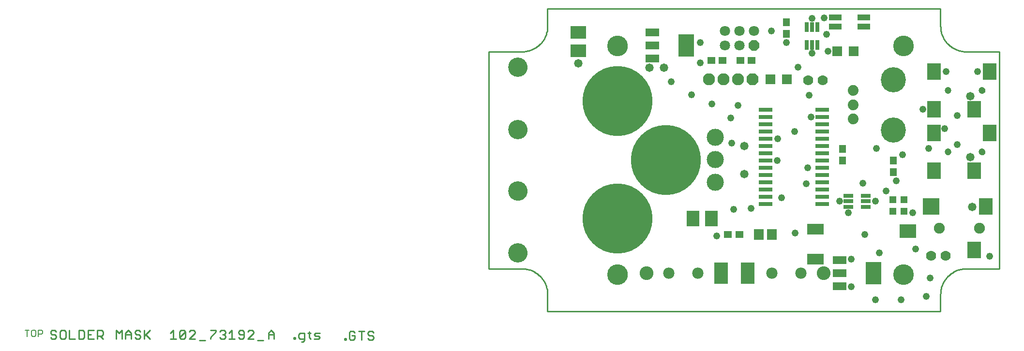
<source format=gts>
G75*
%MOIN*%
%OFA0B0*%
%FSLAX24Y24*%
%IPPOS*%
%LPD*%
%AMOC8*
5,1,8,0,0,1.08239X$1,22.5*
%
%ADD10C,0.0000*%
%ADD11C,0.1330*%
%ADD12OC8,0.0710*%
%ADD13C,0.0710*%
%ADD14R,0.0316X0.0671*%
%ADD15R,0.0671X0.0671*%
%ADD16R,0.0867X0.0395*%
%ADD17R,0.0474X0.0530*%
%ADD18C,0.0100*%
%ADD19C,0.1419*%
%ADD20R,0.0671X0.0316*%
%ADD21C,0.0740*%
%ADD22C,0.1730*%
%ADD23R,0.0980X0.0580*%
%ADD24R,0.1080X0.1520*%
%ADD25R,0.1064X0.0890*%
%ADD26R,0.1180X0.0780*%
%ADD27R,0.0930X0.1490*%
%ADD28R,0.0680X0.0720*%
%ADD29C,0.0950*%
%ADD30R,0.0946X0.1182*%
%ADD31C,0.0474*%
%ADD32R,0.0890X0.1064*%
%ADD33C,0.4830*%
%ADD34R,0.0530X0.0474*%
%ADD35C,0.0700*%
%ADD36C,0.0110*%
%ADD37C,0.0080*%
%ADD38C,0.1180*%
%ADD39OC8,0.0830*%
%ADD40C,0.0830*%
%ADD41R,0.0980X0.0316*%
%ADD42C,0.0580*%
%ADD43R,0.1182X0.1182*%
%ADD44R,0.1182X0.0946*%
%ADD45C,0.0749*%
%ADD46R,0.0510X0.0510*%
%ADD47C,0.0480*%
%ADD48C,0.0780*%
D10*
X041535Y024050D02*
X041537Y024100D01*
X041543Y024149D01*
X041553Y024198D01*
X041566Y024245D01*
X041584Y024292D01*
X041605Y024337D01*
X041629Y024380D01*
X041657Y024421D01*
X041688Y024460D01*
X041722Y024496D01*
X041759Y024530D01*
X041799Y024560D01*
X041840Y024587D01*
X041884Y024611D01*
X041929Y024631D01*
X041976Y024647D01*
X042024Y024660D01*
X042073Y024669D01*
X042123Y024674D01*
X042172Y024675D01*
X042222Y024672D01*
X042271Y024665D01*
X042320Y024654D01*
X042367Y024640D01*
X042413Y024621D01*
X042458Y024599D01*
X042501Y024574D01*
X042541Y024545D01*
X042579Y024513D01*
X042615Y024479D01*
X042648Y024441D01*
X042677Y024401D01*
X042703Y024359D01*
X042726Y024315D01*
X042745Y024269D01*
X042761Y024222D01*
X042773Y024173D01*
X042781Y024124D01*
X042785Y024075D01*
X042785Y024025D01*
X042781Y023976D01*
X042773Y023927D01*
X042761Y023878D01*
X042745Y023831D01*
X042726Y023785D01*
X042703Y023741D01*
X042677Y023699D01*
X042648Y023659D01*
X042615Y023621D01*
X042579Y023587D01*
X042541Y023555D01*
X042501Y023526D01*
X042458Y023501D01*
X042413Y023479D01*
X042367Y023460D01*
X042320Y023446D01*
X042271Y023435D01*
X042222Y023428D01*
X042172Y023425D01*
X042123Y023426D01*
X042073Y023431D01*
X042024Y023440D01*
X041976Y023453D01*
X041929Y023469D01*
X041884Y023489D01*
X041840Y023513D01*
X041799Y023540D01*
X041759Y023570D01*
X041722Y023604D01*
X041688Y023640D01*
X041657Y023679D01*
X041629Y023720D01*
X041605Y023763D01*
X041584Y023808D01*
X041566Y023855D01*
X041553Y023902D01*
X041543Y023951D01*
X041537Y024000D01*
X041535Y024050D01*
X041535Y028300D02*
X041537Y028350D01*
X041543Y028399D01*
X041553Y028448D01*
X041566Y028495D01*
X041584Y028542D01*
X041605Y028587D01*
X041629Y028630D01*
X041657Y028671D01*
X041688Y028710D01*
X041722Y028746D01*
X041759Y028780D01*
X041799Y028810D01*
X041840Y028837D01*
X041884Y028861D01*
X041929Y028881D01*
X041976Y028897D01*
X042024Y028910D01*
X042073Y028919D01*
X042123Y028924D01*
X042172Y028925D01*
X042222Y028922D01*
X042271Y028915D01*
X042320Y028904D01*
X042367Y028890D01*
X042413Y028871D01*
X042458Y028849D01*
X042501Y028824D01*
X042541Y028795D01*
X042579Y028763D01*
X042615Y028729D01*
X042648Y028691D01*
X042677Y028651D01*
X042703Y028609D01*
X042726Y028565D01*
X042745Y028519D01*
X042761Y028472D01*
X042773Y028423D01*
X042781Y028374D01*
X042785Y028325D01*
X042785Y028275D01*
X042781Y028226D01*
X042773Y028177D01*
X042761Y028128D01*
X042745Y028081D01*
X042726Y028035D01*
X042703Y027991D01*
X042677Y027949D01*
X042648Y027909D01*
X042615Y027871D01*
X042579Y027837D01*
X042541Y027805D01*
X042501Y027776D01*
X042458Y027751D01*
X042413Y027729D01*
X042367Y027710D01*
X042320Y027696D01*
X042271Y027685D01*
X042222Y027678D01*
X042172Y027675D01*
X042123Y027676D01*
X042073Y027681D01*
X042024Y027690D01*
X041976Y027703D01*
X041929Y027719D01*
X041884Y027739D01*
X041840Y027763D01*
X041799Y027790D01*
X041759Y027820D01*
X041722Y027854D01*
X041688Y027890D01*
X041657Y027929D01*
X041629Y027970D01*
X041605Y028013D01*
X041584Y028058D01*
X041566Y028105D01*
X041553Y028152D01*
X041543Y028201D01*
X041537Y028250D01*
X041535Y028300D01*
X041535Y032550D02*
X041537Y032600D01*
X041543Y032649D01*
X041553Y032698D01*
X041566Y032745D01*
X041584Y032792D01*
X041605Y032837D01*
X041629Y032880D01*
X041657Y032921D01*
X041688Y032960D01*
X041722Y032996D01*
X041759Y033030D01*
X041799Y033060D01*
X041840Y033087D01*
X041884Y033111D01*
X041929Y033131D01*
X041976Y033147D01*
X042024Y033160D01*
X042073Y033169D01*
X042123Y033174D01*
X042172Y033175D01*
X042222Y033172D01*
X042271Y033165D01*
X042320Y033154D01*
X042367Y033140D01*
X042413Y033121D01*
X042458Y033099D01*
X042501Y033074D01*
X042541Y033045D01*
X042579Y033013D01*
X042615Y032979D01*
X042648Y032941D01*
X042677Y032901D01*
X042703Y032859D01*
X042726Y032815D01*
X042745Y032769D01*
X042761Y032722D01*
X042773Y032673D01*
X042781Y032624D01*
X042785Y032575D01*
X042785Y032525D01*
X042781Y032476D01*
X042773Y032427D01*
X042761Y032378D01*
X042745Y032331D01*
X042726Y032285D01*
X042703Y032241D01*
X042677Y032199D01*
X042648Y032159D01*
X042615Y032121D01*
X042579Y032087D01*
X042541Y032055D01*
X042501Y032026D01*
X042458Y032001D01*
X042413Y031979D01*
X042367Y031960D01*
X042320Y031946D01*
X042271Y031935D01*
X042222Y031928D01*
X042172Y031925D01*
X042123Y031926D01*
X042073Y031931D01*
X042024Y031940D01*
X041976Y031953D01*
X041929Y031969D01*
X041884Y031989D01*
X041840Y032013D01*
X041799Y032040D01*
X041759Y032070D01*
X041722Y032104D01*
X041688Y032140D01*
X041657Y032179D01*
X041629Y032220D01*
X041605Y032263D01*
X041584Y032308D01*
X041566Y032355D01*
X041553Y032402D01*
X041543Y032451D01*
X041537Y032500D01*
X041535Y032550D01*
X041535Y036850D02*
X041537Y036900D01*
X041543Y036949D01*
X041553Y036998D01*
X041566Y037045D01*
X041584Y037092D01*
X041605Y037137D01*
X041629Y037180D01*
X041657Y037221D01*
X041688Y037260D01*
X041722Y037296D01*
X041759Y037330D01*
X041799Y037360D01*
X041840Y037387D01*
X041884Y037411D01*
X041929Y037431D01*
X041976Y037447D01*
X042024Y037460D01*
X042073Y037469D01*
X042123Y037474D01*
X042172Y037475D01*
X042222Y037472D01*
X042271Y037465D01*
X042320Y037454D01*
X042367Y037440D01*
X042413Y037421D01*
X042458Y037399D01*
X042501Y037374D01*
X042541Y037345D01*
X042579Y037313D01*
X042615Y037279D01*
X042648Y037241D01*
X042677Y037201D01*
X042703Y037159D01*
X042726Y037115D01*
X042745Y037069D01*
X042761Y037022D01*
X042773Y036973D01*
X042781Y036924D01*
X042785Y036875D01*
X042785Y036825D01*
X042781Y036776D01*
X042773Y036727D01*
X042761Y036678D01*
X042745Y036631D01*
X042726Y036585D01*
X042703Y036541D01*
X042677Y036499D01*
X042648Y036459D01*
X042615Y036421D01*
X042579Y036387D01*
X042541Y036355D01*
X042501Y036326D01*
X042458Y036301D01*
X042413Y036279D01*
X042367Y036260D01*
X042320Y036246D01*
X042271Y036235D01*
X042222Y036228D01*
X042172Y036225D01*
X042123Y036226D01*
X042073Y036231D01*
X042024Y036240D01*
X041976Y036253D01*
X041929Y036269D01*
X041884Y036289D01*
X041840Y036313D01*
X041799Y036340D01*
X041759Y036370D01*
X041722Y036404D01*
X041688Y036440D01*
X041657Y036479D01*
X041629Y036520D01*
X041605Y036563D01*
X041584Y036608D01*
X041566Y036655D01*
X041553Y036702D01*
X041543Y036751D01*
X041537Y036800D01*
X041535Y036850D01*
X048349Y038307D02*
X048351Y038358D01*
X048357Y038409D01*
X048367Y038459D01*
X048380Y038509D01*
X048398Y038557D01*
X048418Y038604D01*
X048443Y038649D01*
X048471Y038692D01*
X048502Y038733D01*
X048536Y038771D01*
X048573Y038806D01*
X048612Y038839D01*
X048654Y038869D01*
X048698Y038895D01*
X048744Y038917D01*
X048792Y038937D01*
X048841Y038952D01*
X048891Y038964D01*
X048941Y038972D01*
X048992Y038976D01*
X049044Y038976D01*
X049095Y038972D01*
X049145Y038964D01*
X049195Y038952D01*
X049244Y038937D01*
X049292Y038917D01*
X049338Y038895D01*
X049382Y038869D01*
X049424Y038839D01*
X049463Y038806D01*
X049500Y038771D01*
X049534Y038733D01*
X049565Y038692D01*
X049593Y038649D01*
X049618Y038604D01*
X049638Y038557D01*
X049656Y038509D01*
X049669Y038459D01*
X049679Y038409D01*
X049685Y038358D01*
X049687Y038307D01*
X049685Y038256D01*
X049679Y038205D01*
X049669Y038155D01*
X049656Y038105D01*
X049638Y038057D01*
X049618Y038010D01*
X049593Y037965D01*
X049565Y037922D01*
X049534Y037881D01*
X049500Y037843D01*
X049463Y037808D01*
X049424Y037775D01*
X049382Y037745D01*
X049338Y037719D01*
X049292Y037697D01*
X049244Y037677D01*
X049195Y037662D01*
X049145Y037650D01*
X049095Y037642D01*
X049044Y037638D01*
X048992Y037638D01*
X048941Y037642D01*
X048891Y037650D01*
X048841Y037662D01*
X048792Y037677D01*
X048744Y037697D01*
X048698Y037719D01*
X048654Y037745D01*
X048612Y037775D01*
X048573Y037808D01*
X048536Y037843D01*
X048502Y037881D01*
X048471Y037922D01*
X048443Y037965D01*
X048418Y038010D01*
X048398Y038057D01*
X048380Y038105D01*
X048367Y038155D01*
X048357Y038205D01*
X048351Y038256D01*
X048349Y038307D01*
X068034Y038307D02*
X068036Y038358D01*
X068042Y038409D01*
X068052Y038459D01*
X068065Y038509D01*
X068083Y038557D01*
X068103Y038604D01*
X068128Y038649D01*
X068156Y038692D01*
X068187Y038733D01*
X068221Y038771D01*
X068258Y038806D01*
X068297Y038839D01*
X068339Y038869D01*
X068383Y038895D01*
X068429Y038917D01*
X068477Y038937D01*
X068526Y038952D01*
X068576Y038964D01*
X068626Y038972D01*
X068677Y038976D01*
X068729Y038976D01*
X068780Y038972D01*
X068830Y038964D01*
X068880Y038952D01*
X068929Y038937D01*
X068977Y038917D01*
X069023Y038895D01*
X069067Y038869D01*
X069109Y038839D01*
X069148Y038806D01*
X069185Y038771D01*
X069219Y038733D01*
X069250Y038692D01*
X069278Y038649D01*
X069303Y038604D01*
X069323Y038557D01*
X069341Y038509D01*
X069354Y038459D01*
X069364Y038409D01*
X069370Y038358D01*
X069372Y038307D01*
X069370Y038256D01*
X069364Y038205D01*
X069354Y038155D01*
X069341Y038105D01*
X069323Y038057D01*
X069303Y038010D01*
X069278Y037965D01*
X069250Y037922D01*
X069219Y037881D01*
X069185Y037843D01*
X069148Y037808D01*
X069109Y037775D01*
X069067Y037745D01*
X069023Y037719D01*
X068977Y037697D01*
X068929Y037677D01*
X068880Y037662D01*
X068830Y037650D01*
X068780Y037642D01*
X068729Y037638D01*
X068677Y037638D01*
X068626Y037642D01*
X068576Y037650D01*
X068526Y037662D01*
X068477Y037677D01*
X068429Y037697D01*
X068383Y037719D01*
X068339Y037745D01*
X068297Y037775D01*
X068258Y037808D01*
X068221Y037843D01*
X068187Y037881D01*
X068156Y037922D01*
X068128Y037965D01*
X068103Y038010D01*
X068083Y038057D01*
X068065Y038105D01*
X068052Y038155D01*
X068042Y038205D01*
X068036Y038256D01*
X068034Y038307D01*
X071570Y035250D02*
X071572Y035277D01*
X071578Y035304D01*
X071587Y035330D01*
X071600Y035354D01*
X071616Y035377D01*
X071635Y035396D01*
X071657Y035413D01*
X071681Y035427D01*
X071706Y035437D01*
X071733Y035444D01*
X071760Y035447D01*
X071788Y035446D01*
X071815Y035441D01*
X071841Y035433D01*
X071865Y035421D01*
X071888Y035405D01*
X071909Y035387D01*
X071926Y035366D01*
X071941Y035342D01*
X071952Y035317D01*
X071960Y035291D01*
X071964Y035264D01*
X071964Y035236D01*
X071960Y035209D01*
X071952Y035183D01*
X071941Y035158D01*
X071926Y035134D01*
X071909Y035113D01*
X071888Y035095D01*
X071866Y035079D01*
X071841Y035067D01*
X071815Y035059D01*
X071788Y035054D01*
X071760Y035053D01*
X071733Y035056D01*
X071706Y035063D01*
X071681Y035073D01*
X071657Y035087D01*
X071635Y035104D01*
X071616Y035123D01*
X071600Y035146D01*
X071587Y035170D01*
X071578Y035196D01*
X071572Y035223D01*
X071570Y035250D01*
X073932Y035250D02*
X073934Y035277D01*
X073940Y035304D01*
X073949Y035330D01*
X073962Y035354D01*
X073978Y035377D01*
X073997Y035396D01*
X074019Y035413D01*
X074043Y035427D01*
X074068Y035437D01*
X074095Y035444D01*
X074122Y035447D01*
X074150Y035446D01*
X074177Y035441D01*
X074203Y035433D01*
X074227Y035421D01*
X074250Y035405D01*
X074271Y035387D01*
X074288Y035366D01*
X074303Y035342D01*
X074314Y035317D01*
X074322Y035291D01*
X074326Y035264D01*
X074326Y035236D01*
X074322Y035209D01*
X074314Y035183D01*
X074303Y035158D01*
X074288Y035134D01*
X074271Y035113D01*
X074250Y035095D01*
X074228Y035079D01*
X074203Y035067D01*
X074177Y035059D01*
X074150Y035054D01*
X074122Y035053D01*
X074095Y035056D01*
X074068Y035063D01*
X074043Y035073D01*
X074019Y035087D01*
X073997Y035104D01*
X073978Y035123D01*
X073962Y035146D01*
X073949Y035170D01*
X073940Y035196D01*
X073934Y035223D01*
X073932Y035250D01*
X073932Y031000D02*
X073934Y031027D01*
X073940Y031054D01*
X073949Y031080D01*
X073962Y031104D01*
X073978Y031127D01*
X073997Y031146D01*
X074019Y031163D01*
X074043Y031177D01*
X074068Y031187D01*
X074095Y031194D01*
X074122Y031197D01*
X074150Y031196D01*
X074177Y031191D01*
X074203Y031183D01*
X074227Y031171D01*
X074250Y031155D01*
X074271Y031137D01*
X074288Y031116D01*
X074303Y031092D01*
X074314Y031067D01*
X074322Y031041D01*
X074326Y031014D01*
X074326Y030986D01*
X074322Y030959D01*
X074314Y030933D01*
X074303Y030908D01*
X074288Y030884D01*
X074271Y030863D01*
X074250Y030845D01*
X074228Y030829D01*
X074203Y030817D01*
X074177Y030809D01*
X074150Y030804D01*
X074122Y030803D01*
X074095Y030806D01*
X074068Y030813D01*
X074043Y030823D01*
X074019Y030837D01*
X073997Y030854D01*
X073978Y030873D01*
X073962Y030896D01*
X073949Y030920D01*
X073940Y030946D01*
X073934Y030973D01*
X073932Y031000D01*
X071570Y031000D02*
X071572Y031027D01*
X071578Y031054D01*
X071587Y031080D01*
X071600Y031104D01*
X071616Y031127D01*
X071635Y031146D01*
X071657Y031163D01*
X071681Y031177D01*
X071706Y031187D01*
X071733Y031194D01*
X071760Y031197D01*
X071788Y031196D01*
X071815Y031191D01*
X071841Y031183D01*
X071865Y031171D01*
X071888Y031155D01*
X071909Y031137D01*
X071926Y031116D01*
X071941Y031092D01*
X071952Y031067D01*
X071960Y031041D01*
X071964Y031014D01*
X071964Y030986D01*
X071960Y030959D01*
X071952Y030933D01*
X071941Y030908D01*
X071926Y030884D01*
X071909Y030863D01*
X071888Y030845D01*
X071866Y030829D01*
X071841Y030817D01*
X071815Y030809D01*
X071788Y030804D01*
X071760Y030803D01*
X071733Y030806D01*
X071706Y030813D01*
X071681Y030823D01*
X071657Y030837D01*
X071635Y030854D01*
X071616Y030873D01*
X071600Y030896D01*
X071587Y030920D01*
X071578Y030946D01*
X071572Y030973D01*
X071570Y031000D01*
X070841Y025750D02*
X070843Y025786D01*
X070849Y025822D01*
X070859Y025857D01*
X070872Y025891D01*
X070889Y025923D01*
X070909Y025953D01*
X070933Y025980D01*
X070959Y026005D01*
X070988Y026027D01*
X071019Y026046D01*
X071052Y026061D01*
X071086Y026073D01*
X071122Y026081D01*
X071158Y026085D01*
X071194Y026085D01*
X071230Y026081D01*
X071266Y026073D01*
X071300Y026061D01*
X071333Y026046D01*
X071364Y026027D01*
X071393Y026005D01*
X071419Y025980D01*
X071443Y025953D01*
X071463Y025923D01*
X071480Y025891D01*
X071493Y025857D01*
X071503Y025822D01*
X071509Y025786D01*
X071511Y025750D01*
X071509Y025714D01*
X071503Y025678D01*
X071493Y025643D01*
X071480Y025609D01*
X071463Y025577D01*
X071443Y025547D01*
X071419Y025520D01*
X071393Y025495D01*
X071364Y025473D01*
X071333Y025454D01*
X071300Y025439D01*
X071266Y025427D01*
X071230Y025419D01*
X071194Y025415D01*
X071158Y025415D01*
X071122Y025419D01*
X071086Y025427D01*
X071052Y025439D01*
X071019Y025454D01*
X070988Y025473D01*
X070959Y025495D01*
X070933Y025520D01*
X070909Y025547D01*
X070889Y025577D01*
X070872Y025609D01*
X070859Y025643D01*
X070849Y025678D01*
X070843Y025714D01*
X070841Y025750D01*
X073597Y025750D02*
X073599Y025786D01*
X073605Y025822D01*
X073615Y025857D01*
X073628Y025891D01*
X073645Y025923D01*
X073665Y025953D01*
X073689Y025980D01*
X073715Y026005D01*
X073744Y026027D01*
X073775Y026046D01*
X073808Y026061D01*
X073842Y026073D01*
X073878Y026081D01*
X073914Y026085D01*
X073950Y026085D01*
X073986Y026081D01*
X074022Y026073D01*
X074056Y026061D01*
X074089Y026046D01*
X074120Y026027D01*
X074149Y026005D01*
X074175Y025980D01*
X074199Y025953D01*
X074219Y025923D01*
X074236Y025891D01*
X074249Y025857D01*
X074259Y025822D01*
X074265Y025786D01*
X074267Y025750D01*
X074265Y025714D01*
X074259Y025678D01*
X074249Y025643D01*
X074236Y025609D01*
X074219Y025577D01*
X074199Y025547D01*
X074175Y025520D01*
X074149Y025495D01*
X074120Y025473D01*
X074089Y025454D01*
X074056Y025439D01*
X074022Y025427D01*
X073986Y025419D01*
X073950Y025415D01*
X073914Y025415D01*
X073878Y025419D01*
X073842Y025427D01*
X073808Y025439D01*
X073775Y025454D01*
X073744Y025473D01*
X073715Y025495D01*
X073689Y025520D01*
X073665Y025547D01*
X073645Y025577D01*
X073628Y025609D01*
X073615Y025643D01*
X073605Y025678D01*
X073599Y025714D01*
X073597Y025750D01*
X068034Y022559D02*
X068036Y022610D01*
X068042Y022661D01*
X068052Y022711D01*
X068065Y022761D01*
X068083Y022809D01*
X068103Y022856D01*
X068128Y022901D01*
X068156Y022944D01*
X068187Y022985D01*
X068221Y023023D01*
X068258Y023058D01*
X068297Y023091D01*
X068339Y023121D01*
X068383Y023147D01*
X068429Y023169D01*
X068477Y023189D01*
X068526Y023204D01*
X068576Y023216D01*
X068626Y023224D01*
X068677Y023228D01*
X068729Y023228D01*
X068780Y023224D01*
X068830Y023216D01*
X068880Y023204D01*
X068929Y023189D01*
X068977Y023169D01*
X069023Y023147D01*
X069067Y023121D01*
X069109Y023091D01*
X069148Y023058D01*
X069185Y023023D01*
X069219Y022985D01*
X069250Y022944D01*
X069278Y022901D01*
X069303Y022856D01*
X069323Y022809D01*
X069341Y022761D01*
X069354Y022711D01*
X069364Y022661D01*
X069370Y022610D01*
X069372Y022559D01*
X069370Y022508D01*
X069364Y022457D01*
X069354Y022407D01*
X069341Y022357D01*
X069323Y022309D01*
X069303Y022262D01*
X069278Y022217D01*
X069250Y022174D01*
X069219Y022133D01*
X069185Y022095D01*
X069148Y022060D01*
X069109Y022027D01*
X069067Y021997D01*
X069023Y021971D01*
X068977Y021949D01*
X068929Y021929D01*
X068880Y021914D01*
X068830Y021902D01*
X068780Y021894D01*
X068729Y021890D01*
X068677Y021890D01*
X068626Y021894D01*
X068576Y021902D01*
X068526Y021914D01*
X068477Y021929D01*
X068429Y021949D01*
X068383Y021971D01*
X068339Y021997D01*
X068297Y022027D01*
X068258Y022060D01*
X068221Y022095D01*
X068187Y022133D01*
X068156Y022174D01*
X068128Y022217D01*
X068103Y022262D01*
X068083Y022309D01*
X068065Y022357D01*
X068052Y022407D01*
X068042Y022457D01*
X068036Y022508D01*
X068034Y022559D01*
X048349Y022559D02*
X048351Y022610D01*
X048357Y022661D01*
X048367Y022711D01*
X048380Y022761D01*
X048398Y022809D01*
X048418Y022856D01*
X048443Y022901D01*
X048471Y022944D01*
X048502Y022985D01*
X048536Y023023D01*
X048573Y023058D01*
X048612Y023091D01*
X048654Y023121D01*
X048698Y023147D01*
X048744Y023169D01*
X048792Y023189D01*
X048841Y023204D01*
X048891Y023216D01*
X048941Y023224D01*
X048992Y023228D01*
X049044Y023228D01*
X049095Y023224D01*
X049145Y023216D01*
X049195Y023204D01*
X049244Y023189D01*
X049292Y023169D01*
X049338Y023147D01*
X049382Y023121D01*
X049424Y023091D01*
X049463Y023058D01*
X049500Y023023D01*
X049534Y022985D01*
X049565Y022944D01*
X049593Y022901D01*
X049618Y022856D01*
X049638Y022809D01*
X049656Y022761D01*
X049669Y022711D01*
X049679Y022661D01*
X049685Y022610D01*
X049687Y022559D01*
X049685Y022508D01*
X049679Y022457D01*
X049669Y022407D01*
X049656Y022357D01*
X049638Y022309D01*
X049618Y022262D01*
X049593Y022217D01*
X049565Y022174D01*
X049534Y022133D01*
X049500Y022095D01*
X049463Y022060D01*
X049424Y022027D01*
X049382Y021997D01*
X049338Y021971D01*
X049292Y021949D01*
X049244Y021929D01*
X049195Y021914D01*
X049145Y021902D01*
X049095Y021894D01*
X049044Y021890D01*
X048992Y021890D01*
X048941Y021894D01*
X048891Y021902D01*
X048841Y021914D01*
X048792Y021929D01*
X048744Y021949D01*
X048698Y021971D01*
X048654Y021997D01*
X048612Y022027D01*
X048573Y022060D01*
X048536Y022095D01*
X048502Y022133D01*
X048471Y022174D01*
X048443Y022217D01*
X048418Y022262D01*
X048398Y022309D01*
X048380Y022357D01*
X048367Y022407D01*
X048357Y022457D01*
X048351Y022508D01*
X048349Y022559D01*
D11*
X042160Y024050D03*
X042160Y028300D03*
X042160Y032550D03*
X042160Y036850D03*
D12*
X058410Y038350D03*
D13*
X057410Y038350D03*
X056410Y038350D03*
X056410Y039350D03*
X057410Y039350D03*
X058410Y039350D03*
D14*
X062036Y039611D03*
X062410Y039611D03*
X062784Y039607D03*
X062784Y038391D03*
X062410Y038389D03*
X062036Y038391D03*
D15*
X064140Y037950D03*
X065280Y037950D03*
X060680Y036000D03*
X059540Y036000D03*
D16*
X064026Y039633D03*
X064026Y040267D03*
X065994Y040267D03*
X065994Y039633D03*
D17*
X060660Y039945D03*
X060660Y039155D03*
X064510Y031195D03*
X064510Y030405D03*
X068010Y030395D03*
X068010Y029605D03*
D18*
X073034Y022953D02*
X075298Y022953D01*
X075298Y037913D01*
X073034Y037913D01*
X072952Y037915D01*
X072871Y037921D01*
X072789Y037930D01*
X072708Y037943D01*
X072628Y037960D01*
X072549Y037981D01*
X072471Y038005D01*
X072394Y038033D01*
X072318Y038064D01*
X072244Y038099D01*
X072172Y038137D01*
X072101Y038178D01*
X072033Y038223D01*
X071966Y038271D01*
X071902Y038322D01*
X071840Y038375D01*
X071781Y038432D01*
X071724Y038491D01*
X071671Y038553D01*
X071620Y038617D01*
X071572Y038684D01*
X071527Y038752D01*
X071486Y038823D01*
X071448Y038895D01*
X071413Y038969D01*
X071382Y039045D01*
X071354Y039122D01*
X071330Y039200D01*
X071309Y039279D01*
X071292Y039359D01*
X071279Y039440D01*
X071270Y039522D01*
X071264Y039603D01*
X071262Y039685D01*
X071262Y040866D01*
X044195Y040866D01*
X044195Y039685D01*
X044196Y039685D02*
X044194Y039603D01*
X044188Y039522D01*
X044179Y039440D01*
X044166Y039359D01*
X044149Y039279D01*
X044128Y039200D01*
X044104Y039122D01*
X044076Y039045D01*
X044045Y038969D01*
X044010Y038895D01*
X043972Y038823D01*
X043931Y038752D01*
X043886Y038684D01*
X043838Y038617D01*
X043787Y038553D01*
X043734Y038491D01*
X043677Y038432D01*
X043618Y038375D01*
X043556Y038322D01*
X043492Y038271D01*
X043425Y038223D01*
X043357Y038178D01*
X043286Y038137D01*
X043214Y038099D01*
X043140Y038064D01*
X043064Y038033D01*
X042987Y038005D01*
X042909Y037981D01*
X042830Y037960D01*
X042750Y037943D01*
X042669Y037930D01*
X042587Y037921D01*
X042506Y037915D01*
X042424Y037913D01*
X040160Y037913D01*
X040160Y022953D01*
X042424Y022953D01*
X042506Y022951D01*
X042587Y022945D01*
X042669Y022936D01*
X042750Y022923D01*
X042830Y022906D01*
X042909Y022885D01*
X042987Y022861D01*
X043064Y022833D01*
X043140Y022802D01*
X043214Y022767D01*
X043286Y022729D01*
X043357Y022688D01*
X043425Y022643D01*
X043492Y022595D01*
X043556Y022544D01*
X043618Y022491D01*
X043677Y022434D01*
X043734Y022375D01*
X043787Y022313D01*
X043838Y022249D01*
X043886Y022182D01*
X043931Y022114D01*
X043972Y022043D01*
X044010Y021971D01*
X044045Y021897D01*
X044076Y021821D01*
X044104Y021744D01*
X044128Y021666D01*
X044149Y021587D01*
X044166Y021507D01*
X044179Y021426D01*
X044188Y021344D01*
X044194Y021263D01*
X044196Y021181D01*
X044195Y021181D02*
X044195Y020000D01*
X071262Y020000D01*
X071262Y021181D01*
X071264Y021263D01*
X071270Y021344D01*
X071279Y021426D01*
X071292Y021507D01*
X071309Y021587D01*
X071330Y021666D01*
X071354Y021744D01*
X071382Y021821D01*
X071413Y021897D01*
X071448Y021971D01*
X071486Y022043D01*
X071527Y022114D01*
X071572Y022182D01*
X071620Y022249D01*
X071671Y022313D01*
X071724Y022375D01*
X071781Y022434D01*
X071840Y022491D01*
X071902Y022544D01*
X071966Y022595D01*
X072033Y022643D01*
X072101Y022688D01*
X072172Y022729D01*
X072244Y022767D01*
X072318Y022802D01*
X072394Y022833D01*
X072471Y022861D01*
X072549Y022885D01*
X072628Y022906D01*
X072708Y022923D01*
X072789Y022936D01*
X072871Y022945D01*
X072952Y022951D01*
X073034Y022953D01*
D19*
X068703Y022559D03*
X049018Y022559D03*
X049018Y038307D03*
X068703Y038307D03*
D20*
X066121Y027974D03*
X066121Y027600D03*
X066117Y027226D03*
X064901Y027226D03*
X064899Y027600D03*
X064901Y027974D03*
D21*
X065250Y033265D03*
X065250Y034250D03*
X065250Y035235D03*
D22*
X068010Y035980D03*
X068010Y032520D03*
D23*
X064320Y023550D03*
X064320Y022650D03*
X064320Y021750D03*
X051420Y037450D03*
X051420Y038350D03*
X051420Y039250D03*
D24*
X053750Y038350D03*
X066650Y022650D03*
D25*
X046310Y037970D03*
X046310Y039230D03*
D26*
X062660Y025660D03*
X062660Y023600D03*
D27*
X057970Y022650D03*
X056150Y022650D03*
D28*
X058760Y025300D03*
X059660Y025300D03*
D29*
X063210Y022650D03*
X051010Y022650D03*
D30*
X070822Y029701D03*
X073578Y029701D03*
X074365Y027246D03*
X073578Y024254D03*
X074641Y032299D03*
X073578Y033951D03*
X070822Y033951D03*
X070822Y032299D03*
X070822Y036549D03*
X074641Y036549D03*
D31*
X074129Y035250D03*
X071767Y035250D03*
X071767Y031000D03*
X074129Y031000D03*
D32*
X055490Y026400D03*
X054230Y026400D03*
D33*
X049010Y026400D03*
X052360Y030450D03*
X049010Y034500D03*
D34*
X055465Y037300D03*
X056255Y037300D03*
X057465Y037300D03*
X058255Y037300D03*
X057405Y025300D03*
X056615Y025300D03*
D35*
X070610Y023850D03*
X071610Y023850D03*
X063160Y035950D03*
X062160Y035950D03*
D36*
X020609Y018007D02*
X020215Y018007D01*
X019898Y018105D02*
X019504Y018105D01*
X019898Y018499D01*
X019898Y018597D01*
X019799Y018696D01*
X019603Y018696D01*
X019504Y018597D01*
X019253Y018597D02*
X018860Y018203D01*
X018958Y018105D01*
X019155Y018105D01*
X019253Y018203D01*
X019253Y018597D01*
X019155Y018696D01*
X018958Y018696D01*
X018860Y018597D01*
X018860Y018203D01*
X018609Y018105D02*
X018215Y018105D01*
X018412Y018105D02*
X018412Y018696D01*
X018215Y018499D01*
X016804Y018696D02*
X016410Y018302D01*
X016509Y018400D02*
X016804Y018105D01*
X016410Y018105D02*
X016410Y018696D01*
X016160Y018597D02*
X016061Y018696D01*
X015864Y018696D01*
X015766Y018597D01*
X015766Y018499D01*
X015864Y018400D01*
X016061Y018400D01*
X016160Y018302D01*
X016160Y018203D01*
X016061Y018105D01*
X015864Y018105D01*
X015766Y018203D01*
X015515Y018105D02*
X015515Y018499D01*
X015318Y018696D01*
X015121Y018499D01*
X015121Y018105D01*
X014871Y018105D02*
X014871Y018696D01*
X014674Y018499D01*
X014477Y018696D01*
X014477Y018105D01*
X015121Y018400D02*
X015515Y018400D01*
X013581Y018400D02*
X013483Y018302D01*
X013188Y018302D01*
X013385Y018302D02*
X013581Y018105D01*
X013581Y018400D02*
X013581Y018597D01*
X013483Y018696D01*
X013188Y018696D01*
X013188Y018105D01*
X012937Y018105D02*
X012543Y018105D01*
X012543Y018696D01*
X012937Y018696D01*
X012740Y018400D02*
X012543Y018400D01*
X012292Y018203D02*
X012292Y018597D01*
X012194Y018696D01*
X011899Y018696D01*
X011899Y018105D01*
X012194Y018105D01*
X012292Y018203D01*
X011648Y018105D02*
X011254Y018105D01*
X011254Y018696D01*
X011003Y018597D02*
X010905Y018696D01*
X010708Y018696D01*
X010610Y018597D01*
X010610Y018203D01*
X010708Y018105D01*
X010905Y018105D01*
X011003Y018203D01*
X011003Y018597D01*
X010359Y018597D02*
X010260Y018696D01*
X010063Y018696D01*
X009965Y018597D01*
X009965Y018499D01*
X010063Y018400D01*
X010260Y018400D01*
X010359Y018302D01*
X010359Y018203D01*
X010260Y018105D01*
X010063Y018105D01*
X009965Y018203D01*
X020965Y018203D02*
X020965Y018105D01*
X020965Y018203D02*
X021359Y018597D01*
X021359Y018696D01*
X020965Y018696D01*
X021610Y018597D02*
X021708Y018696D01*
X021905Y018696D01*
X022003Y018597D01*
X022003Y018499D01*
X021905Y018400D01*
X022003Y018302D01*
X022003Y018203D01*
X021905Y018105D01*
X021708Y018105D01*
X021610Y018203D01*
X021806Y018400D02*
X021905Y018400D01*
X022254Y018499D02*
X022451Y018696D01*
X022451Y018105D01*
X022254Y018105D02*
X022648Y018105D01*
X022899Y018203D02*
X022997Y018105D01*
X023194Y018105D01*
X023292Y018203D01*
X023292Y018597D01*
X023194Y018696D01*
X022997Y018696D01*
X022899Y018597D01*
X022899Y018499D01*
X022997Y018400D01*
X023292Y018400D01*
X023543Y018597D02*
X023642Y018696D01*
X023838Y018696D01*
X023937Y018597D01*
X023937Y018499D01*
X023543Y018105D01*
X023937Y018105D01*
X024215Y018007D02*
X024609Y018007D01*
X024965Y018105D02*
X024965Y018499D01*
X025162Y018696D01*
X025359Y018499D01*
X025359Y018105D01*
X025359Y018400D02*
X024965Y018400D01*
X026715Y018203D02*
X026813Y018203D01*
X026813Y018105D01*
X026715Y018105D01*
X026715Y018203D01*
X027037Y018203D02*
X027136Y018105D01*
X027431Y018105D01*
X027431Y018007D02*
X027431Y018499D01*
X027136Y018499D01*
X027037Y018400D01*
X027037Y018203D01*
X027234Y017908D02*
X027333Y017908D01*
X027431Y018007D01*
X027780Y018203D02*
X027879Y018105D01*
X027780Y018203D02*
X027780Y018597D01*
X027682Y018499D02*
X027879Y018499D01*
X028112Y018400D02*
X028210Y018499D01*
X028505Y018499D01*
X028407Y018302D02*
X028210Y018302D01*
X028112Y018400D01*
X028112Y018105D02*
X028407Y018105D01*
X028505Y018203D01*
X028407Y018302D01*
X030209Y018153D02*
X030307Y018153D01*
X030307Y018055D01*
X030209Y018055D01*
X030209Y018153D01*
X030531Y018153D02*
X030630Y018055D01*
X030827Y018055D01*
X030925Y018153D01*
X030925Y018350D01*
X030728Y018350D01*
X030531Y018547D02*
X030531Y018153D01*
X030531Y018547D02*
X030630Y018646D01*
X030827Y018646D01*
X030925Y018547D01*
X031176Y018646D02*
X031570Y018646D01*
X031373Y018646D02*
X031373Y018055D01*
X031820Y018153D02*
X031919Y018055D01*
X032116Y018055D01*
X032214Y018153D01*
X032214Y018252D01*
X032116Y018350D01*
X031919Y018350D01*
X031820Y018449D01*
X031820Y018547D01*
X031919Y018646D01*
X032116Y018646D01*
X032214Y018547D01*
D37*
X009401Y018500D02*
X009331Y018430D01*
X009121Y018430D01*
X009121Y018290D02*
X009121Y018710D01*
X009331Y018710D01*
X009401Y018640D01*
X009401Y018500D01*
X008941Y018360D02*
X008941Y018640D01*
X008871Y018710D01*
X008730Y018710D01*
X008660Y018640D01*
X008660Y018360D01*
X008730Y018290D01*
X008871Y018290D01*
X008941Y018360D01*
X008480Y018710D02*
X008200Y018710D01*
X008340Y018710D02*
X008340Y018290D01*
D38*
X055760Y028900D03*
X055760Y030460D03*
X055760Y032020D03*
D39*
X058310Y036000D03*
D40*
X057310Y036000D03*
X056310Y036000D03*
X055310Y036000D03*
D41*
X059200Y033900D03*
X059200Y033400D03*
X059200Y032900D03*
X059200Y032400D03*
X059200Y031900D03*
X059200Y031400D03*
X059200Y030900D03*
X059200Y030400D03*
X059200Y029900D03*
X059200Y029400D03*
X059200Y028900D03*
X059200Y028400D03*
X059200Y027900D03*
X059200Y027400D03*
X063120Y027400D03*
X063120Y027900D03*
X063120Y028400D03*
X063120Y028900D03*
X063120Y029400D03*
X063120Y029900D03*
X063120Y030400D03*
X063120Y030900D03*
X063120Y031400D03*
X063120Y031900D03*
X063120Y032400D03*
X063120Y032900D03*
X063120Y033400D03*
X063120Y033900D03*
D42*
X057760Y031411D03*
X057760Y029489D03*
X052210Y036800D03*
X051210Y036800D03*
X046310Y037100D03*
X073310Y034850D03*
X073310Y030650D03*
X073460Y027200D03*
D43*
X070625Y027246D03*
D44*
X069023Y025553D03*
D45*
X071176Y025750D03*
X073932Y025750D03*
D46*
X068755Y026905D03*
X067965Y026905D03*
X067965Y027695D03*
X068755Y027695D03*
D47*
X069360Y026800D03*
X067510Y028300D03*
X068210Y029000D03*
X068660Y030800D03*
X066860Y031250D03*
X065910Y028850D03*
X066790Y027600D03*
X064901Y026800D03*
X064310Y027600D03*
X062010Y028800D03*
X062110Y029900D03*
X060010Y030400D03*
X060060Y031900D03*
X061210Y032400D03*
X062360Y033400D03*
X062210Y034900D03*
X061460Y036850D03*
X062410Y037800D03*
X063510Y037950D03*
X063410Y039100D03*
X063260Y040250D03*
X062410Y040200D03*
X060660Y038550D03*
X059610Y039350D03*
X054710Y038550D03*
X054710Y037150D03*
X052710Y035850D03*
X054110Y034950D03*
X055510Y034300D03*
X056810Y033350D03*
X057310Y034200D03*
X056890Y031600D03*
X060310Y027850D03*
X058210Y027100D03*
X057010Y027050D03*
X055860Y025200D03*
X061240Y025400D03*
X065110Y023600D03*
X067040Y024050D03*
X069540Y024300D03*
X070540Y022300D03*
X070290Y021050D03*
X068540Y020800D03*
X066790Y020800D03*
X065110Y021700D03*
X066040Y025300D03*
X070460Y031250D03*
X072410Y031500D03*
X071560Y032600D03*
X072410Y033500D03*
X070060Y033950D03*
X071660Y036550D03*
X073810Y036550D03*
X074640Y023800D03*
D48*
X061660Y022650D03*
X059660Y022650D03*
X054560Y022650D03*
X052560Y022650D03*
M02*

</source>
